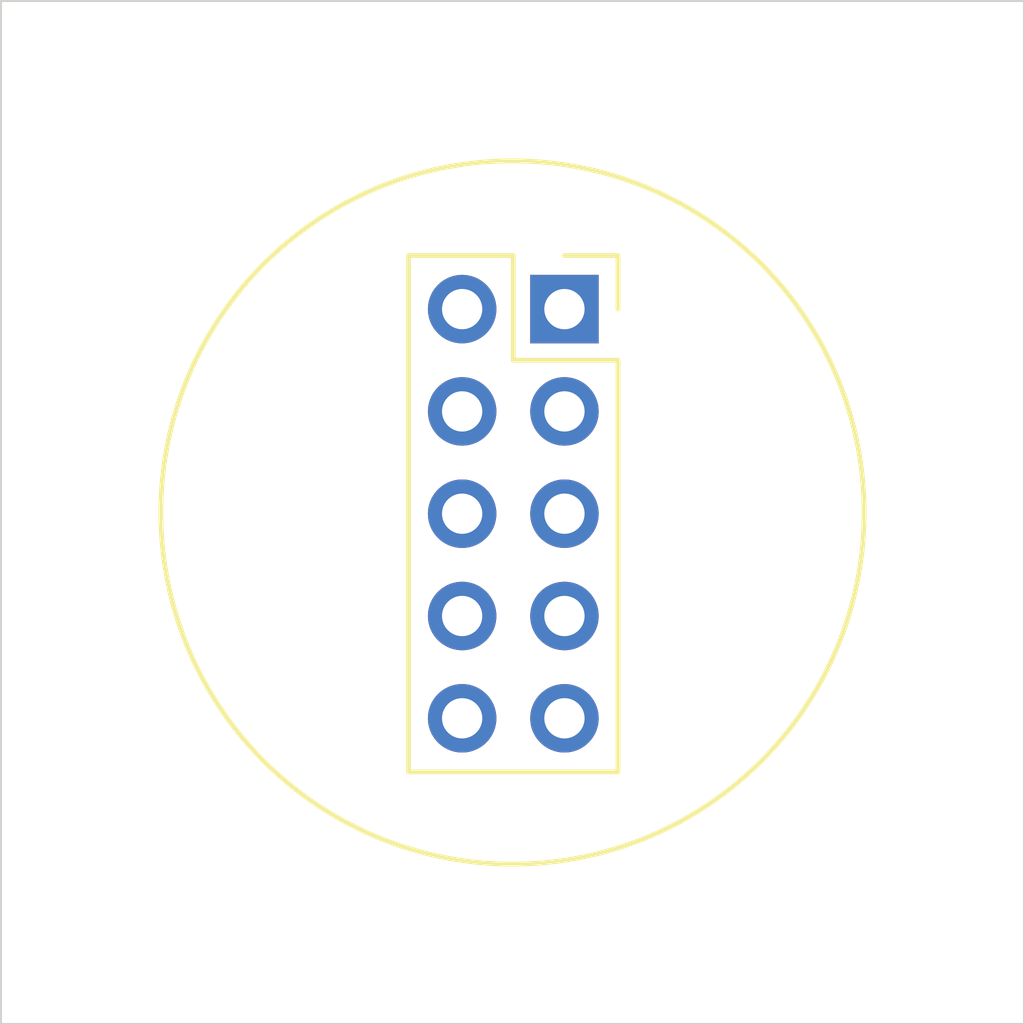
<source format=kicad_pcb>
(kicad_pcb (version 20171130) (host pcbnew 5.1.6+dfsg1-1)

  (general
    (thickness 1.6)
    (drawings 5)
    (tracks 0)
    (zones 0)
    (modules 1)
    (nets 1)
  )

  (page A4)
  (layers
    (0 F.Cu signal)
    (31 B.Cu signal)
    (32 B.Adhes user)
    (33 F.Adhes user)
    (34 B.Paste user)
    (35 F.Paste user)
    (36 B.SilkS user)
    (37 F.SilkS user)
    (38 B.Mask user)
    (39 F.Mask user)
    (40 Dwgs.User user)
    (41 Cmts.User user)
    (42 Eco1.User user)
    (43 Eco2.User user)
    (44 Edge.Cuts user)
    (45 Margin user)
    (46 B.CrtYd user)
    (47 F.CrtYd user)
    (48 B.Fab user hide)
    (49 F.Fab user hide)
  )

  (setup
    (last_trace_width 0.25)
    (trace_clearance 0.2)
    (zone_clearance 0.508)
    (zone_45_only no)
    (trace_min 0.2)
    (via_size 0.8)
    (via_drill 0.4)
    (via_min_size 0.4)
    (via_min_drill 0.3)
    (uvia_size 0.3)
    (uvia_drill 0.1)
    (uvias_allowed no)
    (uvia_min_size 0.2)
    (uvia_min_drill 0.1)
    (edge_width 0.05)
    (segment_width 0.2)
    (pcb_text_width 0.3)
    (pcb_text_size 1.5 1.5)
    (mod_edge_width 0.12)
    (mod_text_size 1 1)
    (mod_text_width 0.15)
    (pad_size 1.524 1.524)
    (pad_drill 0.762)
    (pad_to_mask_clearance 0.05)
    (aux_axis_origin 0 0)
    (visible_elements FFFFFF7F)
    (pcbplotparams
      (layerselection 0x010fc_ffffffff)
      (usegerberextensions false)
      (usegerberattributes true)
      (usegerberadvancedattributes true)
      (creategerberjobfile true)
      (excludeedgelayer true)
      (linewidth 0.100000)
      (plotframeref false)
      (viasonmask false)
      (mode 1)
      (useauxorigin false)
      (hpglpennumber 1)
      (hpglpenspeed 20)
      (hpglpendiameter 15.000000)
      (psnegative false)
      (psa4output false)
      (plotreference true)
      (plotvalue true)
      (plotinvisibletext false)
      (padsonsilk false)
      (subtractmaskfromsilk false)
      (outputformat 1)
      (mirror false)
      (drillshape 1)
      (scaleselection 1)
      (outputdirectory ""))
  )

  (net 0 "")

  (net_class Default "This is the default net class."
    (clearance 0.2)
    (trace_width 0.25)
    (via_dia 0.8)
    (via_drill 0.4)
    (uvia_dia 0.3)
    (uvia_drill 0.1)
  )

  (module Connector_PinSocket_2.54mm:PinSocket_2x05_P2.54mm_Vertical (layer F.Cu) (tedit 5F188986) (tstamp 5F194800)
    (at 176.55 129.57)
    (descr "Through hole straight socket strip, 2x05, 2.54mm pitch, double cols (from Kicad 4.0.7), script generated")
    (tags "Through hole socket strip THT 2x05 2.54mm double row")
    (fp_text reference REF** (at 1 -2.06) (layer F.SilkS) hide
      (effects (font (size 1 1) (thickness 0.15)))
    )
    (fp_text value PinSocket_2x05_P2.54mm_Vertical (at 1 12.06) (layer F.Fab)
      (effects (font (size 1 1) (thickness 0.15)))
    )
    (fp_text user %R (at 1 5 90) (layer F.Fab)
      (effects (font (size 1 1) (thickness 0.15)))
    )
    (fp_line (start -3.81 -1.27) (end 0.27 -1.27) (layer F.Fab) (width 0.1))
    (fp_line (start 0.27 -1.27) (end 1.27 -0.27) (layer F.Fab) (width 0.1))
    (fp_line (start 1.27 -0.27) (end 1.27 11.43) (layer F.Fab) (width 0.1))
    (fp_line (start 1.27 11.43) (end -3.81 11.43) (layer F.Fab) (width 0.1))
    (fp_line (start -3.81 11.43) (end -3.81 -1.27) (layer F.Fab) (width 0.1))
    (fp_line (start -3.87 -1.33) (end -1.27 -1.33) (layer F.SilkS) (width 0.12))
    (fp_line (start -3.87 -1.33) (end -3.87 11.49) (layer F.SilkS) (width 0.12))
    (fp_line (start -3.87 11.49) (end 1.33 11.49) (layer F.SilkS) (width 0.12))
    (fp_line (start 1.33 1.27) (end 1.33 11.49) (layer F.SilkS) (width 0.12))
    (fp_line (start -1.27 1.27) (end 1.33 1.27) (layer F.SilkS) (width 0.12))
    (fp_line (start -1.27 -1.33) (end -1.27 1.27) (layer F.SilkS) (width 0.12))
    (fp_line (start 1.33 -1.33) (end 1.33 0) (layer F.SilkS) (width 0.12))
    (fp_line (start 0 -1.33) (end 1.33 -1.33) (layer F.SilkS) (width 0.12))
    (fp_line (start -4.34 -1.8) (end 1.76 -1.8) (layer F.CrtYd) (width 0.05))
    (fp_line (start 1.76 -1.8) (end 1.76 11.9) (layer F.CrtYd) (width 0.05))
    (fp_line (start 1.76 11.9) (end -4.34 11.9) (layer F.CrtYd) (width 0.05))
    (fp_line (start -4.34 11.9) (end -4.34 -1.8) (layer F.CrtYd) (width 0.05))
    (pad 10 thru_hole oval (at -2.54 10.16) (size 1.7 1.7) (drill 1) (layers *.Cu *.Mask))
    (pad 9 thru_hole oval (at 0 10.16) (size 1.7 1.7) (drill 1) (layers *.Cu *.Mask))
    (pad 8 thru_hole oval (at -2.54 7.62) (size 1.7 1.7) (drill 1) (layers *.Cu *.Mask))
    (pad 7 thru_hole oval (at 0 7.62) (size 1.7 1.7) (drill 1) (layers *.Cu *.Mask))
    (pad 6 thru_hole oval (at -2.54 5.08) (size 1.7 1.7) (drill 1) (layers *.Cu *.Mask))
    (pad 5 thru_hole oval (at 0 5.08) (size 1.7 1.7) (drill 1) (layers *.Cu *.Mask))
    (pad 4 thru_hole oval (at -2.54 2.54) (size 1.7 1.7) (drill 1) (layers *.Cu *.Mask))
    (pad 3 thru_hole oval (at 0 2.54) (size 1.7 1.7) (drill 1) (layers *.Cu *.Mask))
    (pad 2 thru_hole oval (at -2.54 0) (size 1.7 1.7) (drill 1) (layers *.Cu *.Mask))
    (pad 1 thru_hole rect (at 0 0) (size 1.7 1.7) (drill 1) (layers *.Cu *.Mask))
    (model ${KIPRJMOD}/ESQ-105-13-L-D.stp
      (offset (xyz -1.27 -5.08 2.54))
      (scale (xyz 1 1 1))
      (rotate (xyz -90 0 90))
    )
  )

  (gr_circle (center 175.26 134.62) (end 183.99125 134.62) (layer F.SilkS) (width 0.12))
  (gr_line (start 162.56 147.32) (end 162.56 121.92) (layer Edge.Cuts) (width 0.05))
  (gr_line (start 187.96 147.32) (end 162.56 147.32) (layer Edge.Cuts) (width 0.05))
  (gr_line (start 187.96 121.92) (end 187.96 147.32) (layer Edge.Cuts) (width 0.05))
  (gr_line (start 162.56 121.92) (end 187.96 121.92) (layer Edge.Cuts) (width 0.05))

)

</source>
